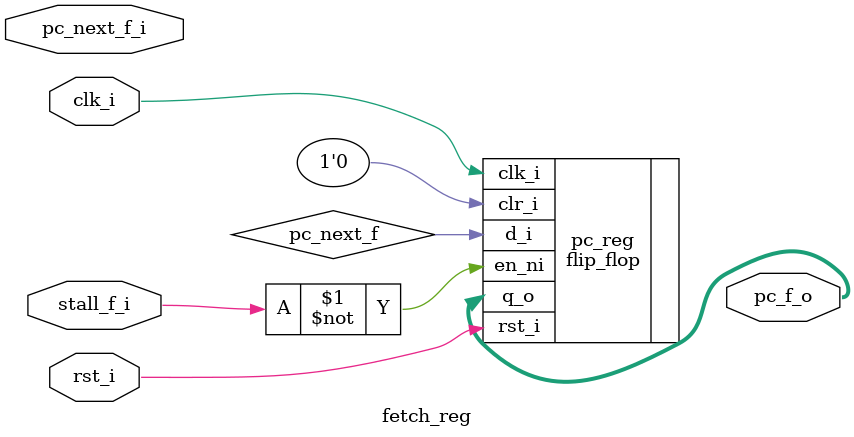
<source format=sv>
`timescale 1ns / 1ps

module fetch_reg (
  input               clk_i,
  input               rst_i,
  input               stall_f_i,
  input        [31:0] pc_next_f_i,
  output logic [31:0] pc_f_o
);

  flip_flop pc_reg (
    .clk_i,
    .rst_i,
    .en_ni(~stall_f_i),
    .clr_i('0),
    .d_i(pc_next_f),
    .q_o(pc_f_o)
  );

endmodule : fetch_reg

</source>
